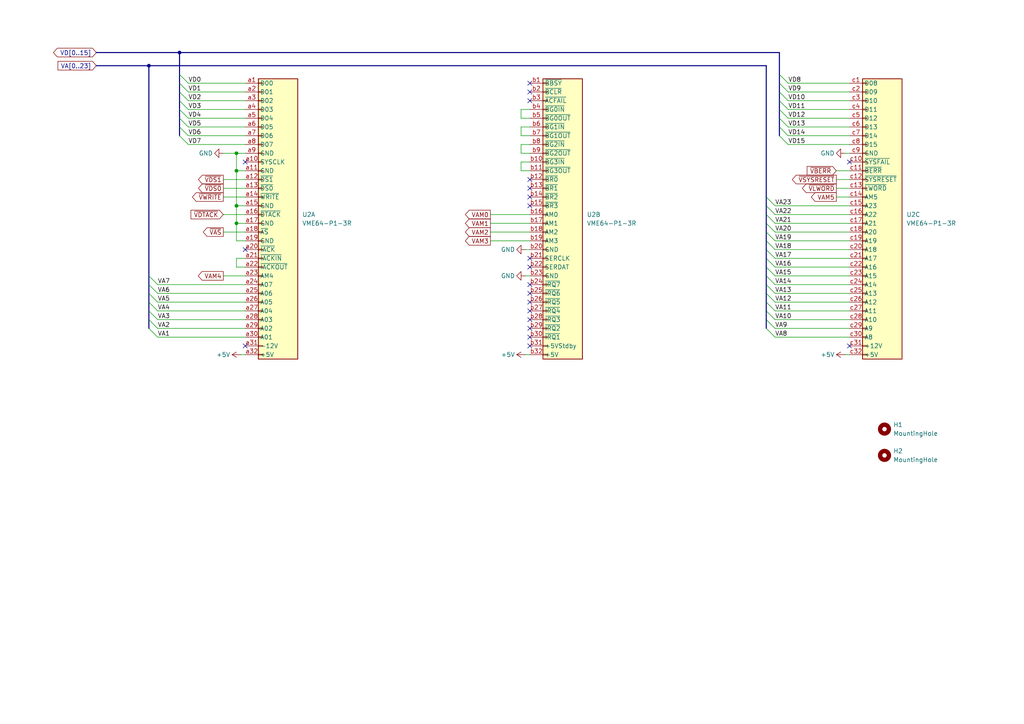
<source format=kicad_sch>
(kicad_sch (version 20231120) (generator "eeschema") (generator_version "8.0")
  (paper "A4")
  (title_block (title "MemBird - Woodcock") (rev "1"))
  (lib_symbols
    (symbol "Computie_Connectors:VME64-P1-3R"
      (property "Reference" "P" (at 0 40.64 0))
      (property "Value" "VME64-P1-3R" (at 0 40.64 0))
      (symbol "VME64-P1-3R_1_1"
        (rectangle (start -1.27 -40.513) (end 0 -40.767) (stroke (width 0.1524)))
        (rectangle (start -1.27 -37.973) (end 0 -38.227) (stroke (width 0.1524)))
        (rectangle (start -1.27 -35.433) (end 0 -35.687) (stroke (width 0.1524)))
        (rectangle (start -1.27 -32.893) (end 0 -33.147) (stroke (width 0.1524)))
        (rectangle (start -1.27 -30.353) (end 0 -30.607) (stroke (width 0.1524)))
        (rectangle (start -1.27 -27.813) (end 0 -28.067) (stroke (width 0.1524)))
        (rectangle (start -1.27 -25.273) (end 0 -25.527) (stroke (width 0.1524)))
        (rectangle (start -1.27 -22.733) (end 0 -22.987) (stroke (width 0.1524)))
        (rectangle (start -1.27 -20.193) (end 0 -20.447) (stroke (width 0.1524)))
        (rectangle (start -1.27 -17.653) (end 0 -17.907) (stroke (width 0.1524)))
        (rectangle (start -1.27 -15.113) (end 0 -15.367) (stroke (width 0.1524)))
        (rectangle (start -1.27 -12.573) (end 0 -12.827) (stroke (width 0.1524)))
        (rectangle (start -1.27 -10.033) (end 0 -10.287) (stroke (width 0.1524)))
        (rectangle (start -1.27 -7.493) (end 0 -7.747) (stroke (width 0.1524)))
        (rectangle (start -1.27 -4.953) (end 0 -5.207) (stroke (width 0.1524)))
        (rectangle (start -1.27 -2.413) (end 0 -2.667) (stroke (width 0.1524)))
        (rectangle (start -1.27 0.127) (end 0 -0.127) (stroke (width 0.1524)))
        (rectangle (start -1.27 2.667) (end 0 2.413) (stroke (width 0.1524)))
        (rectangle (start -1.27 5.207) (end 0 4.953) (stroke (width 0.1524)))
        (rectangle (start -1.27 7.747) (end 0 7.493) (stroke (width 0.1524)))
        (rectangle (start -1.27 10.287) (end 0 10.033) (stroke (width 0.1524)))
        (rectangle (start -1.27 12.827) (end 0 12.573) (stroke (width 0.1524)))
        (rectangle (start -1.27 15.367) (end 0 15.113) (stroke (width 0.1524)))
        (rectangle (start -1.27 17.907) (end 0 17.653) (stroke (width 0.1524)))
        (rectangle (start -1.27 20.447) (end 0 20.193) (stroke (width 0.1524)))
        (rectangle (start -1.27 22.987) (end 0 22.733) (stroke (width 0.1524)))
        (rectangle (start -1.27 25.527) (end 0 25.273) (stroke (width 0.1524)))
        (rectangle (start -1.27 28.067) (end 0 27.813) (stroke (width 0.1524)))
        (rectangle (start -1.27 30.607) (end 0 30.353) (stroke (width 0.1524)))
        (rectangle (start -1.27 33.147) (end 0 32.893) (stroke (width 0.1524)))
        (rectangle (start -1.27 35.687) (end 0 35.433) (stroke (width 0.1524)))
        (rectangle (start -1.27 38.227) (end 0 37.973) (stroke (width 0.1524)))
        (rectangle (start -1.27 39.37) (end 10.16 -41.91) (stroke (width 0.254)) (fill (type background)))
        (pin bidirectional line (at -5.08 38.1 0) (length 3.81) (name "D00") (number "a1"))
        (pin output line (at -5.08 15.24 0) (length 3.81) (name "SYSCLK") (number "a10"))
        (pin passive line (at -5.08 12.7 0) (length 3.81) (name "GND") (number "a11"))
        (pin bidirectional line (at -5.08 10.16 0) (length 3.81) (name "~{DS1}") (number "a12"))
        (pin bidirectional line (at -5.08 7.62 0) (length 3.81) (name "~{DS0}") (number "a13"))
        (pin bidirectional line (at -5.08 5.08 0) (length 3.81) (name "~{WRITE}") (number "a14"))
        (pin passive line (at -5.08 2.54 0) (length 3.81) (name "GND") (number "a15"))
        (pin bidirectional line (at -5.08 0 0) (length 3.81) (name "~{DTACK}") (number "a16"))
        (pin passive line (at -5.08 -2.54 0) (length 3.81) (name "GND") (number "a17"))
        (pin bidirectional line (at -5.08 -5.08 0) (length 3.81) (name "~{AS}") (number "a18"))
        (pin passive line (at -5.08 -7.62 0) (length 3.81) (name "GND") (number "a19"))
        (pin bidirectional line (at -5.08 35.56 0) (length 3.81) (name "D01") (number "a2"))
        (pin bidirectional line (at -5.08 -10.16 0) (length 3.81) (name "~{IACK}") (number "a20"))
        (pin input line (at -5.08 -12.7 0) (length 3.81) (name "~{IACKIN}") (number "a21"))
        (pin output line (at -5.08 -15.24 0) (length 3.81) (name "~{IACKOUT}") (number "a22"))
        (pin bidirectional line (at -5.08 -17.78 0) (length 3.81) (name "AM4") (number "a23"))
        (pin bidirectional line (at -5.08 -20.32 0) (length 3.81) (name "A07") (number "a24"))
        (pin bidirectional line (at -5.08 -22.86 0) (length 3.81) (name "A06") (number "a25"))
        (pin bidirectional line (at -5.08 -25.4 0) (length 3.81) (name "A05") (number "a26"))
        (pin bidirectional line (at -5.08 -27.94 0) (length 3.81) (name "A04") (number "a27"))
        (pin bidirectional line (at -5.08 -30.48 0) (length 3.81) (name "A03") (number "a28"))
        (pin bidirectional line (at -5.08 -33.02 0) (length 3.81) (name "A02") (number "a29"))
        (pin bidirectional line (at -5.08 33.02 0) (length 3.81) (name "D02") (number "a3"))
        (pin bidirectional line (at -5.08 -35.56 0) (length 3.81) (name "A01") (number "a30"))
        (pin passive line (at -5.08 -38.1 0) (length 3.81) (name "-12V") (number "a31"))
        (pin passive line (at -5.08 -40.64 0) (length 3.81) (name "+5V") (number "a32"))
        (pin bidirectional line (at -5.08 30.48 0) (length 3.81) (name "D03") (number "a4"))
        (pin bidirectional line (at -5.08 27.94 0) (length 3.81) (name "D04") (number "a5"))
        (pin bidirectional line (at -5.08 25.4 0) (length 3.81) (name "D05") (number "a6"))
        (pin bidirectional line (at -5.08 22.86 0) (length 3.81) (name "D06") (number "a7"))
        (pin bidirectional line (at -5.08 20.32 0) (length 3.81) (name "D07") (number "a8"))
        (pin passive line (at -5.08 17.78 0) (length 3.81) (name "GND") (number "a9"))
      )
      (symbol "VME64-P1-3R_2_1"
        (rectangle (start -1.27 -40.513) (end 0 -40.767) (stroke (width 0.1524)))
        (rectangle (start -1.27 -37.973) (end 0 -38.227) (stroke (width 0.1524)))
        (rectangle (start -1.27 -35.433) (end 0 -35.687) (stroke (width 0.1524)))
        (rectangle (start -1.27 -32.893) (end 0 -33.147) (stroke (width 0.1524)))
        (rectangle (start -1.27 -30.353) (end 0 -30.607) (stroke (width 0.1524)))
        (rectangle (start -1.27 -27.813) (end 0 -28.067) (stroke (width 0.1524)))
        (rectangle (start -1.27 -25.273) (end 0 -25.527) (stroke (width 0.1524)))
        (rectangle (start -1.27 -22.733) (end 0 -22.987) (stroke (width 0.1524)))
        (rectangle (start -1.27 -20.193) (end 0 -20.447) (stroke (width 0.1524)))
        (rectangle (start -1.27 -17.653) (end 0 -17.907) (stroke (width 0.1524)))
        (rectangle (start -1.27 -15.113) (end 0 -15.367) (stroke (width 0.1524)))
        (rectangle (start -1.27 -12.573) (end 0 -12.827) (stroke (width 0.1524)))
        (rectangle (start -1.27 -10.033) (end 0 -10.287) (stroke (width 0.1524)))
        (rectangle (start -1.27 -7.493) (end 0 -7.747) (stroke (width 0.1524)))
        (rectangle (start -1.27 -4.953) (end 0 -5.207) (stroke (width 0.1524)))
        (rectangle (start -1.27 -2.413) (end 0 -2.667) (stroke (width 0.1524)))
        (rectangle (start -1.27 0.127) (end 0 -0.127) (stroke (width 0.1524)))
        (rectangle (start -1.27 2.667) (end 0 2.413) (stroke (width 0.1524)))
        (rectangle (start -1.27 5.207) (end 0 4.953) (stroke (width 0.1524)))
        (rectangle (start -1.27 7.747) (end 0 7.493) (stroke (width 0.1524)))
        (rectangle (start -1.27 10.287) (end 0 10.033) (stroke (width 0.1524)))
        (rectangle (start -1.27 12.827) (end 0 12.573) (stroke (width 0.1524)))
        (rectangle (start -1.27 15.367) (end 0 15.113) (stroke (width 0.1524)))
        (rectangle (start -1.27 17.907) (end 0 17.653) (stroke (width 0.1524)))
        (rectangle (start -1.27 20.447) (end 0 20.193) (stroke (width 0.1524)))
        (rectangle (start -1.27 22.987) (end 0 22.733) (stroke (width 0.1524)))
        (rectangle (start -1.27 25.527) (end 0 25.273) (stroke (width 0.1524)))
        (rectangle (start -1.27 28.067) (end 0 27.813) (stroke (width 0.1524)))
        (rectangle (start -1.27 30.607) (end 0 30.353) (stroke (width 0.1524)))
        (rectangle (start -1.27 33.147) (end 0 32.893) (stroke (width 0.1524)))
        (rectangle (start -1.27 35.687) (end 0 35.433) (stroke (width 0.1524)))
        (rectangle (start -1.27 38.227) (end 0 37.973) (stroke (width 0.1524)))
        (rectangle (start -1.27 39.37) (end 10.16 -41.91) (stroke (width 0.254)) (fill (type background)))
        (pin bidirectional line (at -5.08 38.1 0) (length 3.81) (name "~{BBSY}") (number "b1"))
        (pin input line (at -5.08 15.24 0) (length 3.81) (name "~{BG3IN}") (number "b10"))
        (pin output line (at -5.08 12.7 0) (length 3.81) (name "~{BG3OUT}") (number "b11"))
        (pin bidirectional line (at -5.08 10.16 0) (length 3.81) (name "~{BR0}") (number "b12"))
        (pin bidirectional line (at -5.08 7.62 0) (length 3.81) (name "~{BR1}") (number "b13"))
        (pin bidirectional line (at -5.08 5.08 0) (length 3.81) (name "~{BR2}") (number "b14"))
        (pin bidirectional line (at -5.08 2.54 0) (length 3.81) (name "~{BR3}") (number "b15"))
        (pin bidirectional line (at -5.08 0 0) (length 3.81) (name "AM0") (number "b16"))
        (pin bidirectional line (at -5.08 -2.54 0) (length 3.81) (name "AM1") (number "b17"))
        (pin bidirectional line (at -5.08 -5.08 0) (length 3.81) (name "AM2") (number "b18"))
        (pin bidirectional line (at -5.08 -7.62 0) (length 3.81) (name "AM3") (number "b19"))
        (pin bidirectional line (at -5.08 35.56 0) (length 3.81) (name "~{BCLR}") (number "b2"))
        (pin passive line (at -5.08 -10.16 0) (length 3.81) (name "GND") (number "b20"))
        (pin bidirectional line (at -5.08 -12.7 0) (length 3.81) (name "SERCLK") (number "b21"))
        (pin bidirectional line (at -5.08 -15.24 0) (length 3.81) (name "SERDAT") (number "b22"))
        (pin passive line (at -5.08 -17.78 0) (length 3.81) (name "GND") (number "b23"))
        (pin bidirectional line (at -5.08 -20.32 0) (length 3.81) (name "~{IRQ7}") (number "b24"))
        (pin bidirectional line (at -5.08 -22.86 0) (length 3.81) (name "~{IRQ6}") (number "b25"))
        (pin bidirectional line (at -5.08 -25.4 0) (length 3.81) (name "~{IRQ5}") (number "b26"))
        (pin bidirectional line (at -5.08 -27.94 0) (length 3.81) (name "~{IRQ4}") (number "b27"))
        (pin bidirectional line (at -5.08 -30.48 0) (length 3.81) (name "~{IRQ3}") (number "b28"))
        (pin bidirectional line (at -5.08 -33.02 0) (length 3.81) (name "~{IRQ2}") (number "b29"))
        (pin output line (at -5.08 33.02 0) (length 3.81) (name "~{ACFAIL}") (number "b3"))
        (pin bidirectional line (at -5.08 -35.56 0) (length 3.81) (name "~{IRQ1}") (number "b30"))
        (pin passive line (at -5.08 -38.1 0) (length 3.81) (name "+5VStdby") (number "b31"))
        (pin passive line (at -5.08 -40.64 0) (length 3.81) (name "+5V") (number "b32"))
        (pin input line (at -5.08 30.48 0) (length 3.81) (name "~{BG0IN}") (number "b4"))
        (pin output line (at -5.08 27.94 0) (length 3.81) (name "~{BG0OUT}") (number "b5"))
        (pin input line (at -5.08 25.4 0) (length 3.81) (name "~{BG1IN}") (number "b6"))
        (pin output line (at -5.08 22.86 0) (length 3.81) (name "~{BG1OUT}") (number "b7"))
        (pin input line (at -5.08 20.32 0) (length 3.81) (name "~{BG2IN}") (number "b8"))
        (pin output line (at -5.08 17.78 0) (length 3.81) (name "~{BG2OUT}") (number "b9"))
      )
      (symbol "VME64-P1-3R_3_1"
        (rectangle (start -1.27 -40.513) (end 0 -40.767) (stroke (width 0.1524)))
        (rectangle (start -1.27 -37.973) (end 0 -38.227) (stroke (width 0.1524)))
        (rectangle (start -1.27 -35.433) (end 0 -35.687) (stroke (width 0.1524)))
        (rectangle (start -1.27 -32.893) (end 0 -33.147) (stroke (width 0.1524)))
        (rectangle (start -1.27 -30.353) (end 0 -30.607) (stroke (width 0.1524)))
        (rectangle (start -1.27 -27.813) (end 0 -28.067) (stroke (width 0.1524)))
        (rectangle (start -1.27 -25.273) (end 0 -25.527) (stroke (width 0.1524)))
        (rectangle (start -1.27 -22.733) (end 0 -22.987) (stroke (width 0.1524)))
        (rectangle (start -1.27 -20.193) (end 0 -20.447) (stroke (width 0.1524)))
        (rectangle (start -1.27 -17.653) (end 0 -17.907) (stroke (width 0.1524)))
        (rectangle (start -1.27 -15.113) (end 0 -15.367) (stroke (width 0.1524)))
        (rectangle (start -1.27 -12.573) (end 0 -12.827) (stroke (width 0.1524)))
        (rectangle (start -1.27 -10.033) (end 0 -10.287) (stroke (width 0.1524)))
        (rectangle (start -1.27 -7.493) (end 0 -7.747) (stroke (width 0.1524)))
        (rectangle (start -1.27 -4.953) (end 0 -5.207) (stroke (width 0.1524)))
        (rectangle (start -1.27 -2.413) (end 0 -2.667) (stroke (width 0.1524)))
        (rectangle (start -1.27 0.127) (end 0 -0.127) (stroke (width 0.1524)))
        (rectangle (start -1.27 2.667) (end 0 2.413) (stroke (width 0.1524)))
        (rectangle (start -1.27 5.207) (end 0 4.953) (stroke (width 0.1524)))
        (rectangle (start -1.27 7.747) (end 0 7.493) (stroke (width 0.1524)))
        (rectangle (start -1.27 10.287) (end 0 10.033) (stroke (width 0.1524)))
        (rectangle (start -1.27 12.827) (end 0 12.573) (stroke (width 0.1524)))
        (rectangle (start -1.27 15.367) (end 0 15.113) (stroke (width 0.1524)))
        (rectangle (start -1.27 17.907) (end 0 17.653) (stroke (width 0.1524)))
        (rectangle (start -1.27 20.447) (end 0 20.193) (stroke (width 0.1524)))
        (rectangle (start -1.27 22.987) (end 0 22.733) (stroke (width 0.1524)))
        (rectangle (start -1.27 25.527) (end 0 25.273) (stroke (width 0.1524)))
        (rectangle (start -1.27 28.067) (end 0 27.813) (stroke (width 0.1524)))
        (rectangle (start -1.27 30.607) (end 0 30.353) (stroke (width 0.1524)))
        (rectangle (start -1.27 33.147) (end 0 32.893) (stroke (width 0.1524)))
        (rectangle (start -1.27 35.687) (end 0 35.433) (stroke (width 0.1524)))
        (rectangle (start -1.27 38.227) (end 0 37.973) (stroke (width 0.1524)))
        (rectangle (start -1.27 39.37) (end 10.16 -41.91) (stroke (width 0.254)) (fill (type background)))
        (pin bidirectional line (at -5.08 38.1 0) (length 3.81) (name "D08") (number "c1"))
        (pin bidirectional line (at -5.08 15.24 0) (length 3.81) (name "~{SYSFAIL}") (number "c10"))
        (pin bidirectional line (at -5.08 12.7 0) (length 3.81) (name "~{BERR}") (number "c11"))
        (pin bidirectional line (at -5.08 10.16 0) (length 3.81) (name "~{SYSRESET}") (number "c12"))
        (pin bidirectional line (at -5.08 7.62 0) (length 3.81) (name "~{LWORD}") (number "c13"))
        (pin bidirectional line (at -5.08 5.08 0) (length 3.81) (name "AM5") (number "c14"))
        (pin bidirectional line (at -5.08 2.54 0) (length 3.81) (name "A23") (number "c15"))
        (pin bidirectional line (at -5.08 0 0) (length 3.81) (name "A22") (number "c16"))
        (pin bidirectional line (at -5.08 -2.54 0) (length 3.81) (name "A21") (number "c17"))
        (pin bidirectional line (at -5.08 -5.08 0) (length 3.81) (name "A20") (number "c18"))
        (pin bidirectional line (at -5.08 -7.62 0) (length 3.81) (name "A19") (number "c19"))
        (pin bidirectional line (at -5.08 35.56 0) (length 3.81) (name "D09") (number "c2"))
        (pin bidirectional line (at -5.08 -10.16 0) (length 3.81) (name "A18") (number "c20"))
        (pin bidirectional line (at -5.08 -12.7 0) (length 3.81) (name "A17") (number "c21"))
        (pin bidirectional line (at -5.08 -15.24 0) (length 3.81) (name "A16") (number "c22"))
        (pin bidirectional line (at -5.08 -17.78 0) (length 3.81) (name "A15") (number "c23"))
        (pin bidirectional line (at -5.08 -20.32 0) (length 3.81) (name "A14") (number "c24"))
        (pin bidirectional line (at -5.08 -22.86 0) (length 3.81) (name "A13") (number "c25"))
        (pin bidirectional line (at -5.08 -25.4 0) (length 3.81) (name "A12") (number "c26"))
        (pin bidirectional line (at -5.08 -27.94 0) (length 3.81) (name "A11") (number "c27"))
        (pin bidirectional line (at -5.08 -30.48 0) (length 3.81) (name "A10") (number "c28"))
        (pin bidirectional line (at -5.08 -33.02 0) (length 3.81) (name "A9") (number "c29"))
        (pin bidirectional line (at -5.08 33.02 0) (length 3.81) (name "D10") (number "c3"))
        (pin bidirectional line (at -5.08 -35.56 0) (length 3.81) (name "A8") (number "c30"))
        (pin passive line (at -5.08 -38.1 0) (length 3.81) (name "+12V") (number "c31"))
        (pin passive line (at -5.08 -40.64 0) (length 3.81) (name "+5V") (number "c32"))
        (pin bidirectional line (at -5.08 30.48 0) (length 3.81) (name "D11") (number "c4"))
        (pin bidirectional line (at -5.08 27.94 0) (length 3.81) (name "D12") (number "c5"))
        (pin bidirectional line (at -5.08 25.4 0) (length 3.81) (name "D13") (number "c6"))
        (pin bidirectional line (at -5.08 22.86 0) (length 3.81) (name "D14") (number "c7"))
        (pin bidirectional line (at -5.08 20.32 0) (length 3.81) (name "D15") (number "c8"))
        (pin passive line (at -5.08 17.78 0) (length 3.81) (name "GND") (number "c9"))
      )
    )
    (symbol "Mechanical:MountingHole" (pin_names (offset 1.016))
      (property "Reference" "H" (at 0 5.08 0))
      (property "Value" "MountingHole" (at 0 3.175 0))
      (symbol "MountingHole_0_1"
        (circle (center 0 0) (radius 1.27) (stroke (width 1.27)))
      )
    )
    (symbol "power:+5V" (power) (pin_numbers hide) (pin_names (offset 0) hide)
      (property "Value" "+5V" (at 0 3.556 0))
      (symbol "+5V_0_1"
        (polyline (pts (xy -0.762 1.27) (xy 0 2.54)))
        (polyline (pts (xy 0 0) (xy 0 2.54)))
        (polyline (pts (xy 0 2.54) (xy 0.762 1.27)))
      )
      (symbol "+5V_1_1"
        (pin power_in line (at 0 0 90) (length 0) (name "~") (number "1"))
      )
    )
    (symbol "power:GND" (power) (pin_numbers hide) (pin_names (offset 0) hide)
      (property "Value" "GND" (at 0 -3.81 0))
      (symbol "GND_0_1"
        (polyline (pts (xy 0 0) (xy 0 -1.27) (xy 1.27 -1.27) (xy 0 -2.54) (xy -1.27 -1.27) (xy 0 -1.27)))
      )
      (symbol "GND_1_1"
        (pin power_in line (at 0 0 270) (length 0) (name "~") (number "1"))
      )
    )
  )
  (junction (at 43.18 19.05))
  (junction (at 68.58 49.53))
  (junction (at 68.58 59.69))
  (junction (at 68.58 64.77))
  (junction (at 68.58 44.45))
  (junction (at 52.07 15.24))
  (no_connect (at 153.67 82.55))
  (no_connect (at 153.67 74.93))
  (no_connect (at 153.67 57.15))
  (no_connect (at 153.67 24.13))
  (no_connect (at 153.67 77.47))
  (no_connect (at 153.67 90.17))
  (no_connect (at 71.12 46.99))
  (no_connect (at 153.67 52.07))
  (no_connect (at 246.38 46.99))
  (no_connect (at 153.67 54.61))
  (no_connect (at 153.67 97.79))
  (no_connect (at 246.38 100.33))
  (no_connect (at 153.67 26.67))
  (no_connect (at 153.67 59.69))
  (no_connect (at 153.67 92.71))
  (no_connect (at 153.67 95.25))
  (no_connect (at 71.12 72.39))
  (no_connect (at 71.12 100.33))
  (no_connect (at 153.67 100.33))
  (no_connect (at 153.67 85.09))
  (no_connect (at 153.67 87.63))
  (no_connect (at 153.67 29.21))
  (bus_entry (at 224.79 95.25) (size -2.54 -2.54))
  (bus_entry (at 54.61 26.67) (size -2.54 -2.54))
  (bus_entry (at 228.6 39.37) (size -2.54 -2.54))
  (bus_entry (at 45.72 95.25) (size -2.54 -2.54))
  (bus_entry (at 224.79 82.55) (size -2.54 -2.54))
  (bus_entry (at 54.61 29.21) (size -2.54 -2.54))
  (bus_entry (at 228.6 36.83) (size -2.54 -2.54))
  (bus_entry (at 224.79 77.47) (size -2.54 -2.54))
  (bus_entry (at 228.6 24.13) (size -2.54 -2.54))
  (bus_entry (at 54.61 39.37) (size -2.54 -2.54))
  (bus_entry (at 224.79 72.39) (size -2.54 -2.54))
  (bus_entry (at 224.79 69.85) (size -2.54 -2.54))
  (bus_entry (at 224.79 64.77) (size -2.54 -2.54))
  (bus_entry (at 224.79 80.01) (size -2.54 -2.54))
  (bus_entry (at 224.79 59.69) (size -2.54 -2.54))
  (bus_entry (at 228.6 34.29) (size -2.54 -2.54))
  (bus_entry (at 54.61 34.29) (size -2.54 -2.54))
  (bus_entry (at 228.6 41.91) (size -2.54 -2.54))
  (bus_entry (at 54.61 36.83) (size -2.54 -2.54))
  (bus_entry (at 54.61 41.91) (size -2.54 -2.54))
  (bus_entry (at 54.61 24.13) (size -2.54 -2.54))
  (bus_entry (at 45.72 90.17) (size -2.54 -2.54))
  (bus_entry (at 45.72 82.55) (size -2.54 -2.54))
  (bus_entry (at 228.6 31.75) (size -2.54 -2.54))
  (bus_entry (at 45.72 97.79) (size -2.54 -2.54))
  (bus_entry (at 224.79 87.63) (size -2.54 -2.54))
  (bus_entry (at 45.72 87.63) (size -2.54 -2.54))
  (bus_entry (at 224.79 67.31) (size -2.54 -2.54))
  (bus_entry (at 224.79 85.09) (size -2.54 -2.54))
  (bus_entry (at 224.79 90.17) (size -2.54 -2.54))
  (bus_entry (at 45.72 85.09) (size -2.54 -2.54))
  (bus_entry (at 224.79 92.71) (size -2.54 -2.54))
  (bus_entry (at 224.79 62.23) (size -2.54 -2.54))
  (bus_entry (at 228.6 29.21) (size -2.54 -2.54))
  (bus_entry (at 228.6 26.67) (size -2.54 -2.54))
  (bus_entry (at 45.72 92.71) (size -2.54 -2.54))
  (bus_entry (at 224.79 74.93) (size -2.54 -2.54))
  (bus_entry (at 54.61 31.75) (size -2.54 -2.54))
  (bus_entry (at 224.79 97.79) (size -2.54 -2.54))
  (wire (pts (xy 45.72 82.55) (xy 71.12 82.55)))
  (wire (pts (xy 153.67 41.91) (xy 151.13 41.91)))
  (wire (pts (xy 64.77 67.31) (xy 71.12 67.31)))
  (wire (pts (xy 224.79 62.23) (xy 246.38 62.23)))
  (bus (pts (xy 43.18 87.63) (xy 43.18 85.09)))
  (bus (pts (xy 43.18 95.25) (xy 43.18 92.71)))
  (wire (pts (xy 228.6 29.21) (xy 246.38 29.21)))
  (wire (pts (xy 151.13 41.91) (xy 151.13 44.45)))
  (wire (pts (xy 64.77 54.61) (xy 71.12 54.61)))
  (bus (pts (xy 226.06 31.75) (xy 226.06 34.29)))
  (wire (pts (xy 245.11 102.87) (xy 246.38 102.87)))
  (bus (pts (xy 222.25 59.69) (xy 222.25 62.23)))
  (wire (pts (xy 54.61 24.13) (xy 71.12 24.13)))
  (bus (pts (xy 52.07 34.29) (xy 52.07 36.83)))
  (wire (pts (xy 68.58 59.69) (xy 68.58 64.77)))
  (wire (pts (xy 228.6 36.83) (xy 246.38 36.83)))
  (wire (pts (xy 224.79 92.71) (xy 246.38 92.71)))
  (bus (pts (xy 43.18 82.55) (xy 43.18 85.09)))
  (wire (pts (xy 224.79 85.09) (xy 246.38 85.09)))
  (bus (pts (xy 222.25 92.71) (xy 222.25 95.25)))
  (wire (pts (xy 142.24 69.85) (xy 153.67 69.85)))
  (wire (pts (xy 246.38 44.45) (xy 245.11 44.45)))
  (wire (pts (xy 54.61 31.75) (xy 71.12 31.75)))
  (wire (pts (xy 71.12 74.93) (xy 68.58 74.93)))
  (wire (pts (xy 153.67 31.75) (xy 151.13 31.75)))
  (bus (pts (xy 222.25 74.93) (xy 222.25 77.47)))
  (wire (pts (xy 54.61 41.91) (xy 71.12 41.91)))
  (wire (pts (xy 228.6 31.75) (xy 246.38 31.75)))
  (wire (pts (xy 151.13 39.37) (xy 153.67 39.37)))
  (wire (pts (xy 151.13 44.45) (xy 153.67 44.45)))
  (bus (pts (xy 222.25 90.17) (xy 222.25 92.71)))
  (wire (pts (xy 68.58 59.69) (xy 71.12 59.69)))
  (wire (pts (xy 69.85 102.87) (xy 71.12 102.87)))
  (wire (pts (xy 151.13 49.53) (xy 153.67 49.53)))
  (wire (pts (xy 68.58 49.53) (xy 68.58 59.69)))
  (wire (pts (xy 142.24 67.31) (xy 153.67 67.31)))
  (bus (pts (xy 226.06 26.67) (xy 226.06 29.21)))
  (wire (pts (xy 142.24 64.77) (xy 153.67 64.77)))
  (wire (pts (xy 228.6 41.91) (xy 246.38 41.91)))
  (bus (pts (xy 226.06 24.13) (xy 226.06 26.67)))
  (wire (pts (xy 71.12 49.53) (xy 68.58 49.53)))
  (wire (pts (xy 151.13 46.99) (xy 151.13 49.53)))
  (bus (pts (xy 222.25 87.63) (xy 222.25 90.17)))
  (wire (pts (xy 242.57 54.61) (xy 246.38 54.61)))
  (bus (pts (xy 27.94 19.05) (xy 43.18 19.05)))
  (wire (pts (xy 242.57 57.15) (xy 246.38 57.15)))
  (bus (pts (xy 222.25 69.85) (xy 222.25 72.39)))
  (bus (pts (xy 226.06 34.29) (xy 226.06 36.83)))
  (wire (pts (xy 242.57 49.53) (xy 246.38 49.53)))
  (wire (pts (xy 224.79 69.85) (xy 246.38 69.85)))
  (bus (pts (xy 222.25 82.55) (xy 222.25 85.09)))
  (wire (pts (xy 71.12 44.45) (xy 68.58 44.45)))
  (wire (pts (xy 151.13 34.29) (xy 153.67 34.29)))
  (wire (pts (xy 68.58 77.47) (xy 71.12 77.47)))
  (bus (pts (xy 43.18 80.01) (xy 43.18 82.55)))
  (wire (pts (xy 224.79 80.01) (xy 246.38 80.01)))
  (bus (pts (xy 226.06 21.59) (xy 226.06 24.13)))
  (bus (pts (xy 52.07 31.75) (xy 52.07 34.29)))
  (wire (pts (xy 224.79 97.79) (xy 246.38 97.79)))
  (wire (pts (xy 224.79 72.39) (xy 246.38 72.39)))
  (bus (pts (xy 222.25 85.09) (xy 222.25 87.63)))
  (bus (pts (xy 43.18 19.05) (xy 43.18 80.01)))
  (wire (pts (xy 153.67 36.83) (xy 151.13 36.83)))
  (wire (pts (xy 54.61 36.83) (xy 71.12 36.83)))
  (wire (pts (xy 228.6 24.13) (xy 246.38 24.13)))
  (wire (pts (xy 68.58 69.85) (xy 71.12 69.85)))
  (wire (pts (xy 45.72 90.17) (xy 71.12 90.17)))
  (wire (pts (xy 228.6 26.67) (xy 246.38 26.67)))
  (wire (pts (xy 151.13 36.83) (xy 151.13 39.37)))
  (bus (pts (xy 222.25 80.01) (xy 222.25 82.55)))
  (wire (pts (xy 153.67 46.99) (xy 151.13 46.99)))
  (wire (pts (xy 242.57 52.07) (xy 246.38 52.07)))
  (wire (pts (xy 68.58 44.45) (xy 68.58 49.53)))
  (wire (pts (xy 45.72 85.09) (xy 71.12 85.09)))
  (wire (pts (xy 224.79 87.63) (xy 246.38 87.63)))
  (bus (pts (xy 222.25 67.31) (xy 222.25 69.85)))
  (wire (pts (xy 54.61 29.21) (xy 71.12 29.21)))
  (bus (pts (xy 52.07 24.13) (xy 52.07 26.67)))
  (wire (pts (xy 45.72 95.25) (xy 71.12 95.25)))
  (wire (pts (xy 224.79 67.31) (xy 246.38 67.31)))
  (bus (pts (xy 52.07 15.24) (xy 226.06 15.24)))
  (bus (pts (xy 222.25 64.77) (xy 222.25 67.31)))
  (bus (pts (xy 222.25 77.47) (xy 222.25 80.01)))
  (wire (pts (xy 228.6 39.37) (xy 246.38 39.37)))
  (wire (pts (xy 45.72 97.79) (xy 71.12 97.79)))
  (bus (pts (xy 27.94 15.24) (xy 52.07 15.24)))
  (wire (pts (xy 224.79 82.55) (xy 246.38 82.55)))
  (bus (pts (xy 43.18 90.17) (xy 43.18 87.63)))
  (wire (pts (xy 224.79 90.17) (xy 246.38 90.17)))
  (wire (pts (xy 142.24 62.23) (xy 153.67 62.23)))
  (bus (pts (xy 226.06 36.83) (xy 226.06 39.37)))
  (wire (pts (xy 224.79 64.77) (xy 246.38 64.77)))
  (bus (pts (xy 52.07 21.59) (xy 52.07 24.13)))
  (wire (pts (xy 224.79 95.25) (xy 246.38 95.25)))
  (bus (pts (xy 222.25 57.15) (xy 222.25 59.69)))
  (wire (pts (xy 45.72 87.63) (xy 71.12 87.63)))
  (bus (pts (xy 222.25 19.05) (xy 222.25 57.15)))
  (wire (pts (xy 152.4 80.01) (xy 153.67 80.01)))
  (bus (pts (xy 226.06 15.24) (xy 226.06 21.59)))
  (bus (pts (xy 226.06 29.21) (xy 226.06 31.75)))
  (bus (pts (xy 52.07 29.21) (xy 52.07 31.75)))
  (wire (pts (xy 152.4 102.87) (xy 153.67 102.87)))
  (bus (pts (xy 52.07 26.67) (xy 52.07 29.21)))
  (wire (pts (xy 64.77 62.23) (xy 71.12 62.23)))
  (wire (pts (xy 64.77 80.01) (xy 71.12 80.01)))
  (wire (pts (xy 224.79 74.93) (xy 246.38 74.93)))
  (wire (pts (xy 45.72 92.71) (xy 71.12 92.71)))
  (bus (pts (xy 43.18 19.05) (xy 222.25 19.05)))
  (wire (pts (xy 64.77 44.45) (xy 68.58 44.45)))
  (wire (pts (xy 151.13 31.75) (xy 151.13 34.29)))
  (wire (pts (xy 54.61 34.29) (xy 71.12 34.29)))
  (wire (pts (xy 54.61 26.67) (xy 71.12 26.67)))
  (bus (pts (xy 52.07 15.24) (xy 52.07 21.59)))
  (wire (pts (xy 64.77 52.07) (xy 71.12 52.07)))
  (wire (pts (xy 224.79 59.69) (xy 246.38 59.69)))
  (wire (pts (xy 68.58 64.77) (xy 68.58 69.85)))
  (bus (pts (xy 52.07 36.83) (xy 52.07 39.37)))
  (wire (pts (xy 228.6 34.29) (xy 246.38 34.29)))
  (wire (pts (xy 54.61 39.37) (xy 71.12 39.37)))
  (bus (pts (xy 222.25 72.39) (xy 222.25 74.93)))
  (bus (pts (xy 43.18 92.71) (xy 43.18 90.17)))
  (wire (pts (xy 64.77 57.15) (xy 71.12 57.15)))
  (bus (pts (xy 222.25 62.23) (xy 222.25 64.77)))
  (wire (pts (xy 68.58 74.93) (xy 68.58 77.47)))
  (wire (pts (xy 152.4 72.39) (xy 153.67 72.39)))
  (wire (pts (xy 224.79 77.47) (xy 246.38 77.47)))
  (wire (pts (xy 71.12 64.77) (xy 68.58 64.77)))
  (label "VD9" (at 228.6 26.67 0))
  (label "VA12" (at 224.79 87.63 0))
  (label "VA23" (at 224.79 59.69 0))
  (label "VD13" (at 228.6 36.83 0))
  (label "VA19" (at 224.79 69.85 0))
  (label "VD4" (at 54.61 34.29 0))
  (label "VA6" (at 45.72 85.09 0))
  (label "VA2" (at 45.72 95.25 0))
  (label "VD6" (at 54.61 39.37 0))
  (label "VD2" (at 54.61 29.21 0))
  (label "VA5" (at 45.72 87.63 0))
  (label "VD5" (at 54.61 36.83 0))
  (label "VA9" (at 224.79 95.25 0))
  (label "VA7" (at 45.72 82.55 0))
  (label "VA21" (at 224.79 64.77 0))
  (label "VA11" (at 224.79 90.17 0))
  (label "VA17" (at 224.79 74.93 0))
  (label "VA8" (at 224.79 97.79 0))
  (label "VD1" (at 54.61 26.67 0))
  (label "VA20" (at 224.79 67.31 0))
  (label "VA22" (at 224.79 62.23 0))
  (label "VA4" (at 45.72 90.17 0))
  (label "VA16" (at 224.79 77.47 0))
  (label "VD3" (at 54.61 31.75 0))
  (label "VA18" (at 224.79 72.39 0))
  (label "VD14" (at 228.6 39.37 0))
  (label "VA1" (at 45.72 97.79 0))
  (label "VA15" (at 224.79 80.01 0))
  (label "VD12" (at 228.6 34.29 0))
  (label "VD0" (at 54.61 24.13 0))
  (label "VA3" (at 45.72 92.71 0))
  (label "VA13" (at 224.79 85.09 0))
  (label "VD10" (at 228.6 29.21 0))
  (label "VA14" (at 224.79 82.55 0))
  (label "VA10" (at 224.79 92.71 0))
  (label "VD15" (at 228.6 41.91 0))
  (label "VD8" (at 228.6 24.13 0))
  (label "VD11" (at 228.6 31.75 0))
  (label "VD7" (at 54.61 41.91 0))
  (global_label "VAM0" (shape output) (at 142.24 62.23 180) (property "Intersheetrefs" "${INTERSHEET_REFS}" (effects (hide yes))))
  (global_label "~{VWRITE}" (shape output) (at 64.77 57.15 180) (property "Intersheetrefs" "${INTERSHEET_REFS}" (effects (hide yes))))
  (global_label "VAM2" (shape output) (at 142.24 67.31 180) (property "Intersheetrefs" "${INTERSHEET_REFS}" (effects (hide yes))))
  (global_label "VAM4" (shape output) (at 64.77 80.01 180) (property "Intersheetrefs" "${INTERSHEET_REFS}" (effects (hide yes))))
  (global_label "~{VLWORD}" (shape output) (at 242.57 54.61 180) (property "Intersheetrefs" "${INTERSHEET_REFS}" (effects (hide yes))))
  (global_label "~{VBERR}" (shape input) (at 242.57 49.53 180) (property "Intersheetrefs" "${INTERSHEET_REFS}" (effects (hide yes))))
  (global_label "~{VSYSRESET}" (shape output) (at 242.57 52.07 180) (property "Intersheetrefs" "${INTERSHEET_REFS}" (effects (hide yes))))
  (global_label "VD[0..15]" (shape bidirectional) (at 27.94 15.24 180) (property "Intersheetrefs" "${INTERSHEET_REFS}" (effects (hide yes))))
  (global_label "VA[0..23]" (shape input) (at 27.94 19.05 180) (property "Intersheetrefs" "${INTERSHEET_REFS}" (effects (hide yes))))
  (global_label "VAM1" (shape output) (at 142.24 64.77 180) (property "Intersheetrefs" "${INTERSHEET_REFS}" (effects (hide yes))))
  (global_label "~{VAS}" (shape output) (at 64.77 67.31 180) (property "Intersheetrefs" "${INTERSHEET_REFS}" (effects (hide yes))))
  (global_label "VAM3" (shape output) (at 142.24 69.85 180) (property "Intersheetrefs" "${INTERSHEET_REFS}" (effects (hide yes))))
  (global_label "VAM5" (shape output) (at 242.57 57.15 180) (property "Intersheetrefs" "${INTERSHEET_REFS}" (effects (hide yes))))
  (global_label "~{VDS0}" (shape output) (at 64.77 54.61 180) (property "Intersheetrefs" "${INTERSHEET_REFS}" (effects (hide yes))))
  (global_label "~{VDS1}" (shape output) (at 64.77 52.07 180) (property "Intersheetrefs" "${INTERSHEET_REFS}" (effects (hide yes))))
  (global_label "~{VDTACK}" (shape input) (at 64.77 62.23 180) (property "Intersheetrefs" "${INTERSHEET_REFS}" (effects (hide yes))))
  (symbol (lib_id "Mechanical:MountingHole") (at 256.54 124.46 0) (unit 1)
    (property "Reference" "H1" (at 259.08 123.19 0) (effects (justify left)))
    (property "Value" "MountingHole" (at 259.08 125.73 0) (effects (justify left)))
    (property "Footprint" "MountingHole:MountingHole_2.7mm_M2.5_DIN965" (effects (hide yes)))
  )
  (symbol (lib_id "power:+5V") (at 245.11 102.87 90) (unit 1)
    (property "Reference" "#PWR011" (effects (hide yes)))
    (property "Value" "+5V" (at 240.03 102.87 90))
    (property "Description" "Power symbol creates a global label with name \"+5V\"" (effects (hide yes)))
  )
  (symbol (lib_id "power:GND") (at 64.77 44.45 270) (unit 1)
    (property "Reference" "#PWR01" (effects (hide yes)))
    (property "Value" "GND" (at 59.69 44.45 90))
    (property "Description" "Power symbol creates a global label with name \"GND\" , ground" (effects (hide yes)))
  )
  (symbol (lib_id "power:+5V") (at 152.4 102.87 90) (unit 1)
    (property "Reference" "#PWR09" (effects (hide yes)))
    (property "Value" "+5V" (at 147.32 102.87 90))
    (property "Description" "Power symbol creates a global label with name \"+5V\"" (effects (hide yes)))
  )
  (symbol (lib_id "Computie_Connectors:VME64-P1-3R") (at 158.75 62.23 0) (unit 2)
    (property "Reference" "U2" (at 170.18 62.2299 0) (effects (justify left)))
    (property "Value" "VME64-P1-3R" (at 170.18 64.7699 0) (effects (justify left)))
    (property "Footprint" "Connector_DIN:DIN41612_C_3x32_Male_Horizontal_THT" (effects (hide yes)))
    (property "Description" "VME64 P1 (Board-side Headers), 3 Row DIN41612 Connector" (effects (hide yes)))
  )
  (symbol (lib_id "power:+5V") (at 69.85 102.87 90) (unit 1)
    (property "Reference" "#PWR02" (effects (hide yes)))
    (property "Value" "+5V" (at 64.77 102.87 90))
    (property "Description" "Power symbol creates a global label with name \"+5V\"" (effects (hide yes)))
  )
  (symbol (lib_id "Mechanical:MountingHole") (at 256.54 132.08 0) (unit 1)
    (property "Reference" "H2" (at 259.08 130.81 0) (effects (justify left)))
    (property "Value" "MountingHole" (at 259.08 133.35 0) (effects (justify left)))
    (property "Footprint" "MountingHole:MountingHole_2.7mm_M2.5_DIN965" (effects (hide yes)))
  )
  (symbol (lib_id "Computie_Connectors:VME64-P1-3R") (at 76.2 62.23 0) (unit 1)
    (property "Reference" "U2" (at 87.63 62.2299 0) (effects (justify left)))
    (property "Value" "VME64-P1-3R" (at 87.63 64.7699 0) (effects (justify left)))
    (property "Footprint" "Connector_DIN:DIN41612_C_3x32_Male_Horizontal_THT" (effects (hide yes)))
    (property "Description" "VME64 P1 (Board-side Headers), 3 Row DIN41612 Connector" (effects (hide yes)))
  )
  (symbol (lib_id "power:GND") (at 152.4 72.39 270) (unit 1)
    (property "Reference" "#PWR07" (effects (hide yes)))
    (property "Value" "GND" (at 147.32 72.39 90))
    (property "Description" "Power symbol creates a global label with name \"GND\" , ground" (effects (hide yes)))
  )
  (symbol (lib_id "power:GND") (at 245.11 44.45 270) (unit 1)
    (property "Reference" "#PWR010" (effects (hide yes)))
    (property "Value" "GND" (at 240.03 44.45 90))
    (property "Description" "Power symbol creates a global label with name \"GND\" , ground" (effects (hide yes)))
  )
  (symbol (lib_id "Computie_Connectors:VME64-P1-3R") (at 251.46 62.23 0) (unit 3)
    (property "Reference" "U2" (at 262.89 62.2299 0) (effects (justify left)))
    (property "Value" "VME64-P1-3R" (at 262.89 64.7699 0) (effects (justify left)))
    (property "Footprint" "Connector_DIN:DIN41612_C_3x32_Male_Horizontal_THT" (effects (hide yes)))
    (property "Description" "VME64 P1 (Board-side Headers), 3 Row DIN41612 Connector" (effects (hide yes)))
  )
  (symbol (lib_id "power:GND") (at 152.4 80.01 270) (unit 1)
    (property "Reference" "#PWR08" (effects (hide yes)))
    (property "Value" "GND" (at 147.32 80.01 90))
    (property "Description" "Power symbol creates a global label with name \"GND\" , ground" (effects (hide yes)))
  )
)
</source>
